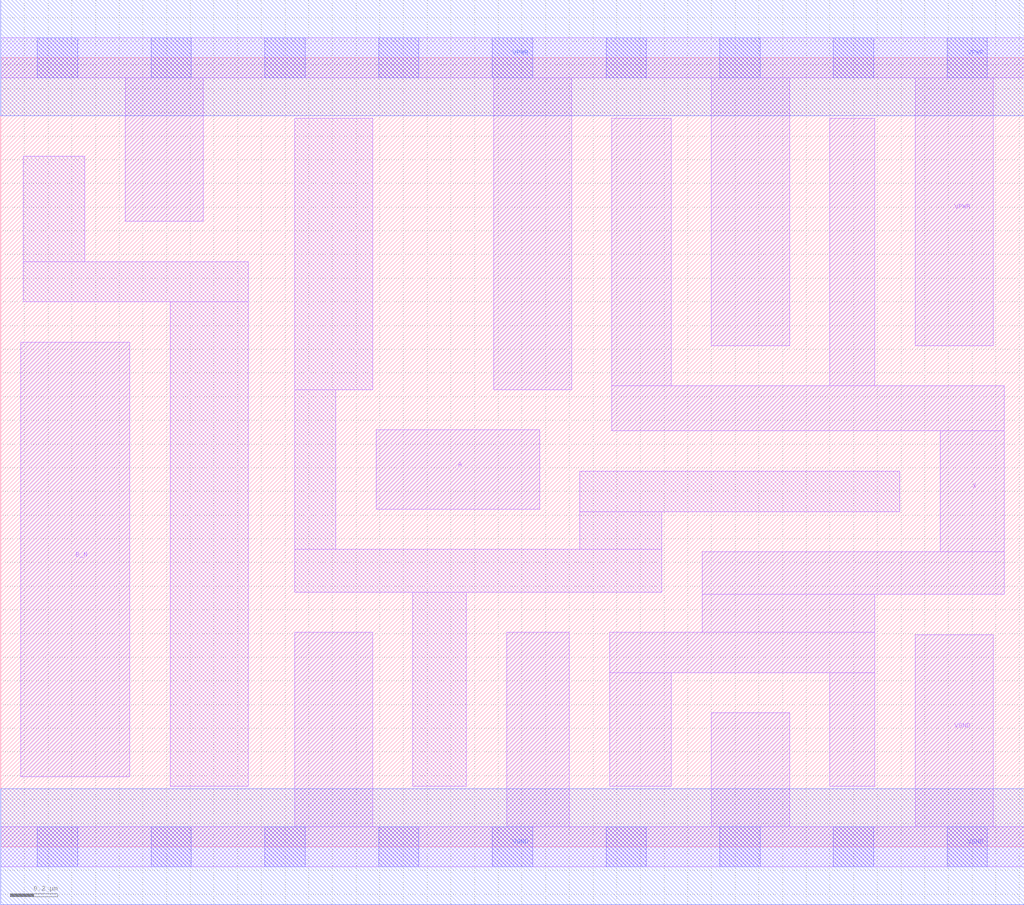
<source format=lef>
# Copyright 2020 The SkyWater PDK Authors
#
# Licensed under the Apache License, Version 2.0 (the "License");
# you may not use this file except in compliance with the License.
# You may obtain a copy of the License at
#
#     https://www.apache.org/licenses/LICENSE-2.0
#
# Unless required by applicable law or agreed to in writing, software
# distributed under the License is distributed on an "AS IS" BASIS,
# WITHOUT WARRANTIES OR CONDITIONS OF ANY KIND, either express or implied.
# See the License for the specific language governing permissions and
# limitations under the License.
#
# SPDX-License-Identifier: Apache-2.0

VERSION 5.7 ;
  NAMESCASESENSITIVE ON ;
  NOWIREEXTENSIONATPIN ON ;
  DIVIDERCHAR "/" ;
  BUSBITCHARS "[]" ;
UNITS
  DATABASE MICRONS 200 ;
END UNITS
MACRO sky130_fd_sc_lp__or2b_4
  CLASS CORE ;
  SOURCE USER ;
  FOREIGN sky130_fd_sc_lp__or2b_4 ;
  ORIGIN  0.000000  0.000000 ;
  SIZE  4.320000 BY  3.330000 ;
  SYMMETRY X Y R90 ;
  SITE unit ;
  PIN A
    ANTENNAGATEAREA  0.315000 ;
    DIRECTION INPUT ;
    USE SIGNAL ;
    PORT
      LAYER li1 ;
        RECT 1.585000 1.425000 2.275000 1.760000 ;
    END
  END A
  PIN B_N
    ANTENNAGATEAREA  0.126000 ;
    DIRECTION INPUT ;
    USE SIGNAL ;
    PORT
      LAYER li1 ;
        RECT 0.085000 0.295000 0.545000 2.130000 ;
    END
  END B_N
  PIN X
    ANTENNADIFFAREA  1.176000 ;
    DIRECTION OUTPUT ;
    USE SIGNAL ;
    PORT
      LAYER li1 ;
        RECT 2.570000 0.255000 2.830000 0.735000 ;
        RECT 2.570000 0.735000 3.690000 0.905000 ;
        RECT 2.580000 1.755000 4.235000 1.945000 ;
        RECT 2.580000 1.945000 2.830000 3.075000 ;
        RECT 2.960000 0.905000 3.690000 1.065000 ;
        RECT 2.960000 1.065000 4.235000 1.245000 ;
        RECT 3.500000 0.255000 3.690000 0.735000 ;
        RECT 3.500000 1.945000 3.690000 3.075000 ;
        RECT 3.965000 1.245000 4.235000 1.755000 ;
    END
  END X
  PIN VGND
    DIRECTION INOUT ;
    USE GROUND ;
    PORT
      LAYER li1 ;
        RECT 0.000000 -0.085000 4.320000 0.085000 ;
        RECT 1.240000  0.085000 1.570000 0.905000 ;
        RECT 2.135000  0.085000 2.400000 0.905000 ;
        RECT 3.000000  0.085000 3.330000 0.565000 ;
        RECT 3.860000  0.085000 4.190000 0.895000 ;
      LAYER mcon ;
        RECT 0.155000 -0.085000 0.325000 0.085000 ;
        RECT 0.635000 -0.085000 0.805000 0.085000 ;
        RECT 1.115000 -0.085000 1.285000 0.085000 ;
        RECT 1.595000 -0.085000 1.765000 0.085000 ;
        RECT 2.075000 -0.085000 2.245000 0.085000 ;
        RECT 2.555000 -0.085000 2.725000 0.085000 ;
        RECT 3.035000 -0.085000 3.205000 0.085000 ;
        RECT 3.515000 -0.085000 3.685000 0.085000 ;
        RECT 3.995000 -0.085000 4.165000 0.085000 ;
      LAYER met1 ;
        RECT 0.000000 -0.245000 4.320000 0.245000 ;
    END
  END VGND
  PIN VPWR
    DIRECTION INOUT ;
    USE POWER ;
    PORT
      LAYER li1 ;
        RECT 0.000000 3.245000 4.320000 3.415000 ;
        RECT 0.525000 2.640000 0.855000 3.245000 ;
        RECT 2.080000 1.930000 2.410000 3.245000 ;
        RECT 3.000000 2.115000 3.330000 3.245000 ;
        RECT 3.860000 2.115000 4.190000 3.245000 ;
      LAYER mcon ;
        RECT 0.155000 3.245000 0.325000 3.415000 ;
        RECT 0.635000 3.245000 0.805000 3.415000 ;
        RECT 1.115000 3.245000 1.285000 3.415000 ;
        RECT 1.595000 3.245000 1.765000 3.415000 ;
        RECT 2.075000 3.245000 2.245000 3.415000 ;
        RECT 2.555000 3.245000 2.725000 3.415000 ;
        RECT 3.035000 3.245000 3.205000 3.415000 ;
        RECT 3.515000 3.245000 3.685000 3.415000 ;
        RECT 3.995000 3.245000 4.165000 3.415000 ;
      LAYER met1 ;
        RECT 0.000000 3.085000 4.320000 3.575000 ;
    END
  END VPWR
  OBS
    LAYER li1 ;
      RECT 0.095000 2.300000 1.045000 2.470000 ;
      RECT 0.095000 2.470000 0.355000 2.915000 ;
      RECT 0.715000 0.255000 1.045000 2.300000 ;
      RECT 1.240000 1.075000 2.790000 1.255000 ;
      RECT 1.240000 1.255000 1.415000 1.930000 ;
      RECT 1.240000 1.930000 1.570000 3.075000 ;
      RECT 1.740000 0.255000 1.965000 1.075000 ;
      RECT 2.445000 1.255000 2.790000 1.415000 ;
      RECT 2.445000 1.415000 3.795000 1.585000 ;
  END
END sky130_fd_sc_lp__or2b_4

</source>
